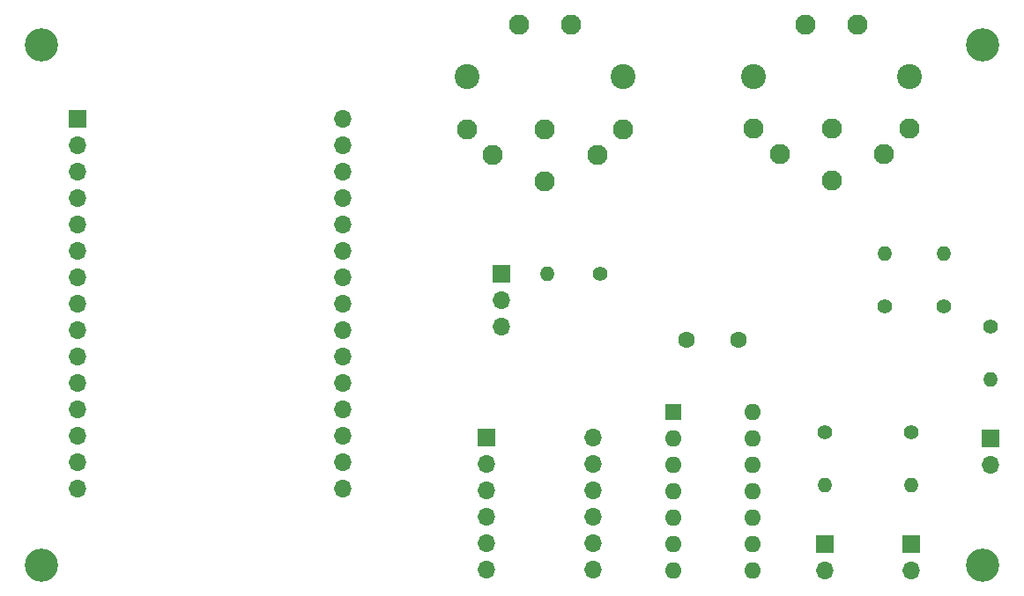
<source format=gbr>
%TF.GenerationSoftware,KiCad,Pcbnew,(6.0.11)*%
%TF.CreationDate,2024-07-28T13:45:38-05:00*%
%TF.ProjectId,iecprinter,69656370-7269-46e7-9465-722e6b696361,rev?*%
%TF.SameCoordinates,Original*%
%TF.FileFunction,Soldermask,Top*%
%TF.FilePolarity,Negative*%
%FSLAX46Y46*%
G04 Gerber Fmt 4.6, Leading zero omitted, Abs format (unit mm)*
G04 Created by KiCad (PCBNEW (6.0.11)) date 2024-07-28 13:45:38*
%MOMM*%
%LPD*%
G01*
G04 APERTURE LIST*
%ADD10R,1.700000X1.700000*%
%ADD11O,1.700000X1.700000*%
%ADD12C,1.400000*%
%ADD13O,1.400000X1.400000*%
%ADD14C,2.400000*%
%ADD15C,1.950000*%
%ADD16C,1.600000*%
%ADD17C,3.200000*%
%ADD18R,1.600000X1.600000*%
%ADD19O,1.600000X1.600000*%
G04 APERTURE END LIST*
D10*
%TO.C,U5*%
X99010000Y-53112500D03*
D11*
X99010000Y-55652500D03*
X99010000Y-58192500D03*
X99010000Y-60732500D03*
X99010000Y-63272500D03*
X99010000Y-65812500D03*
X99010000Y-68352500D03*
X99010000Y-70892500D03*
X99010000Y-73432500D03*
X99010000Y-75972500D03*
X99010000Y-78512500D03*
X99010000Y-81052500D03*
X99010000Y-83592500D03*
X99010000Y-86132500D03*
X99010000Y-88672500D03*
X124450000Y-88672500D03*
X124450000Y-86132500D03*
X124450000Y-83592500D03*
X124450000Y-81052500D03*
X124450000Y-78512500D03*
X124450000Y-75972500D03*
X124450000Y-73432500D03*
X124450000Y-70892500D03*
X124450000Y-68352500D03*
X124450000Y-65812500D03*
X124450000Y-63272500D03*
X124450000Y-60732500D03*
X124450000Y-58192500D03*
X124450000Y-55652500D03*
X124450000Y-53112500D03*
%TD*%
D12*
%TO.C,R6*%
X170815000Y-83185000D03*
D13*
X170815000Y-88265000D03*
%TD*%
D12*
%TO.C,R5*%
X149225000Y-67945000D03*
D13*
X144145000Y-67945000D03*
%TD*%
D12*
%TO.C,R4*%
X186690000Y-73025000D03*
D13*
X186690000Y-78105000D03*
%TD*%
D10*
%TO.C,J6*%
X139700000Y-67960000D03*
D11*
X139700000Y-70500000D03*
X139700000Y-73040000D03*
%TD*%
D10*
%TO.C,J5*%
X170815000Y-93975000D03*
D11*
X170815000Y-96515000D03*
%TD*%
D10*
%TO.C,J4*%
X186690000Y-83815000D03*
D11*
X186690000Y-86355000D03*
%TD*%
D10*
%TO.C,J3*%
X179070000Y-93975000D03*
D11*
X179070000Y-96515000D03*
%TD*%
D14*
%TO.C,J1*%
X136422500Y-49050000D03*
X151422500Y-49050000D03*
D15*
X136422500Y-54050000D03*
X138922500Y-56550000D03*
X143922500Y-54050000D03*
X148922500Y-56550000D03*
X151422500Y-54050000D03*
X143922500Y-59050000D03*
X146422500Y-44050000D03*
X141422500Y-44050000D03*
%TD*%
D16*
%TO.C,C1*%
X162520000Y-74295000D03*
X157520000Y-74295000D03*
%TD*%
D10*
%TO.C,U1*%
X138310000Y-83687500D03*
D11*
X138310000Y-86227500D03*
X138310000Y-88767500D03*
X138310000Y-91307500D03*
X138310000Y-93847500D03*
X138310000Y-96387500D03*
X148510000Y-96387500D03*
X148510000Y-93887500D03*
X148510000Y-91347500D03*
X148510000Y-88807500D03*
X148510000Y-86267500D03*
X148510000Y-83727500D03*
%TD*%
D12*
%TO.C,R1*%
X176530000Y-71120000D03*
D13*
X176530000Y-66040000D03*
%TD*%
D17*
%TO.C,H3*%
X95500000Y-46000000D03*
%TD*%
D12*
%TO.C,R3*%
X182245000Y-71120000D03*
D13*
X182245000Y-66040000D03*
%TD*%
D18*
%TO.C,U6*%
X156210000Y-81280000D03*
D19*
X156210000Y-83820000D03*
X156210000Y-86360000D03*
X156210000Y-88900000D03*
X156210000Y-91440000D03*
X156210000Y-93980000D03*
X156210000Y-96520000D03*
X163830000Y-96520000D03*
X163830000Y-93980000D03*
X163830000Y-91440000D03*
X163830000Y-88900000D03*
X163830000Y-86360000D03*
X163830000Y-83820000D03*
X163830000Y-81280000D03*
%TD*%
D17*
%TO.C,H1*%
X95500000Y-96000000D03*
%TD*%
%TO.C,H4*%
X186000000Y-46000000D03*
%TD*%
D14*
%TO.C,J2*%
X178950000Y-48975000D03*
X163950000Y-48975000D03*
D15*
X163950000Y-53975000D03*
X166450000Y-56475000D03*
X171450000Y-53975000D03*
X176450000Y-56475000D03*
X178950000Y-53975000D03*
X171450000Y-58975000D03*
X173950000Y-43975000D03*
X168950000Y-43975000D03*
%TD*%
D12*
%TO.C,R2*%
X179070000Y-83185000D03*
D13*
X179070000Y-88265000D03*
%TD*%
D17*
%TO.C,H2*%
X186000000Y-96000000D03*
%TD*%
M02*

</source>
